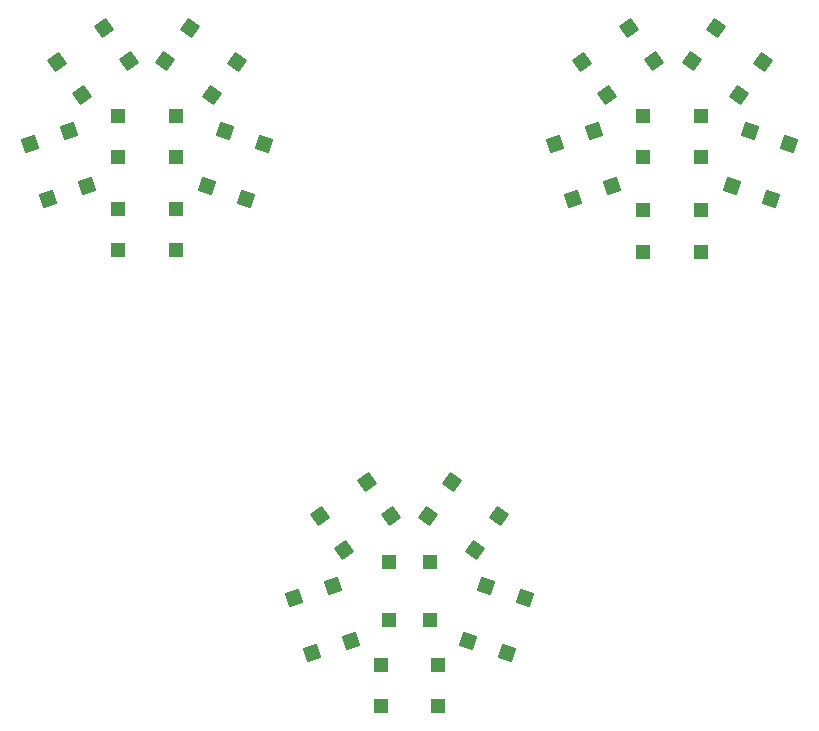
<source format=gtp>
%FSLAX25Y25*%
%MOIN*%
G70*
G01*
G75*
G04 Layer_Color=8421504*
%ADD10P,0.08352X4X369.0*%
%ADD11P,0.08352X4X81.0*%
%ADD12P,0.08352X4X153.0*%
%ADD13R,0.05906X0.05906*%
%ADD14P,0.08352X4X117.0*%
%ADD15R,0.05906X0.05906*%
%ADD16C,0.02500*%
%ADD17C,0.05000*%
%ADD18C,0.16500*%
%ADD19C,0.04000*%
%ADD20R,0.08000X0.05000*%
%ADD21R,0.05000X0.08000*%
%ADD22R,0.12205X0.17716*%
G04:AMPARAMS|DCode=23|XSize=122.05mil|YSize=177.16mil|CornerRadius=0mil|HoleSize=0mil|Usage=FLASHONLY|Rotation=240.000|XOffset=0mil|YOffset=0mil|HoleType=Round|Shape=Rectangle|*
%AMROTATEDRECTD23*
4,1,4,-0.04620,0.09714,0.10723,0.00856,0.04620,-0.09714,-0.10723,-0.00856,-0.04620,0.09714,0.0*
%
%ADD23ROTATEDRECTD23*%

G04:AMPARAMS|DCode=24|XSize=122.05mil|YSize=177.16mil|CornerRadius=0mil|HoleSize=0mil|Usage=FLASHONLY|Rotation=120.000|XOffset=0mil|YOffset=0mil|HoleType=Round|Shape=Rectangle|*
%AMROTATEDRECTD24*
4,1,4,0.10723,-0.00856,-0.04620,-0.09714,-0.10723,0.00856,0.04620,0.09714,0.10723,-0.00856,0.0*
%
%ADD24ROTATEDRECTD24*%

%ADD25C,0.01000*%
%ADD26C,0.01200*%
%ADD27C,0.01500*%
%ADD28P,0.06937X4X369.0*%
%ADD29P,0.06937X4X81.0*%
%ADD30P,0.06937X4X153.0*%
%ADD31R,0.04906X0.04906*%
%ADD32P,0.06937X4X117.0*%
%ADD33R,0.04906X0.04906*%
D28*
X1018647Y979096D02*
D03*
X1026746Y990244D02*
D03*
X1034254Y967756D02*
D03*
X1042353Y978904D02*
D03*
X1217853Y978904D02*
D03*
X1209754Y967756D02*
D03*
X1202246Y990244D02*
D03*
X1194147Y979096D02*
D03*
X1129853Y827404D02*
D03*
X1121754Y816257D02*
D03*
X1114246Y838743D02*
D03*
X1106147Y827596D02*
D03*
D29*
X990746Y967756D02*
D03*
X982647Y978904D02*
D03*
X1006353Y979096D02*
D03*
X998254Y990244D02*
D03*
X1173254D02*
D03*
X1181353Y979096D02*
D03*
X1157647Y978904D02*
D03*
X1165746Y967756D02*
D03*
X1085754Y838743D02*
D03*
X1093853Y827596D02*
D03*
X1070147Y827404D02*
D03*
X1078246Y816257D02*
D03*
D30*
X992533Y937455D02*
D03*
X979428Y933197D02*
D03*
X986572Y955803D02*
D03*
X973467Y951544D02*
D03*
X1148467D02*
D03*
X1161572Y955803D02*
D03*
X1154428Y933197D02*
D03*
X1167533Y937455D02*
D03*
X1061467Y800045D02*
D03*
X1074572Y804303D02*
D03*
X1067428Y781697D02*
D03*
X1080533Y785955D02*
D03*
D31*
X1022146Y929890D02*
D03*
Y916110D02*
D03*
X1002854Y929890D02*
D03*
Y916110D02*
D03*
X1022146Y960890D02*
D03*
Y947110D02*
D03*
X1002854Y960890D02*
D03*
Y947110D02*
D03*
X1177854D02*
D03*
Y960890D02*
D03*
X1197146Y947110D02*
D03*
Y960890D02*
D03*
X1177854Y915610D02*
D03*
Y929390D02*
D03*
X1197146Y915610D02*
D03*
Y929390D02*
D03*
X1090354Y764110D02*
D03*
Y777890D02*
D03*
X1109646Y764110D02*
D03*
Y777890D02*
D03*
D32*
X1045572Y933197D02*
D03*
X1032467Y937455D02*
D03*
X1051533Y951544D02*
D03*
X1038428Y955803D02*
D03*
X1220572Y933197D02*
D03*
X1207467Y937455D02*
D03*
X1226533Y951544D02*
D03*
X1213428Y955803D02*
D03*
X1132572Y781697D02*
D03*
X1119467Y785955D02*
D03*
X1138533Y800045D02*
D03*
X1125428Y804303D02*
D03*
D33*
X1093110Y792854D02*
D03*
X1106890Y812146D02*
D03*
X1093110D02*
D03*
X1106890Y792854D02*
D03*
M02*

</source>
